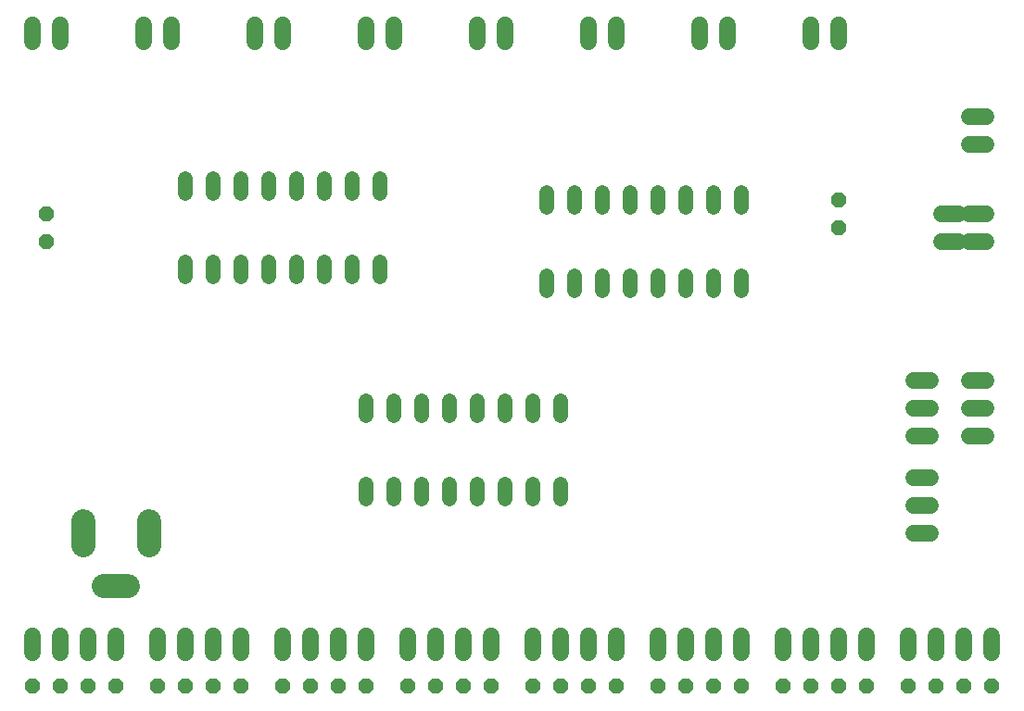
<source format=gbr>
G04 EAGLE Gerber RS-274X export*
G75*
%MOMM*%
%FSLAX34Y34*%
%LPD*%
%INBottom Copper*%
%IPPOS*%
%AMOC8*
5,1,8,0,0,1.08239X$1,22.5*%
G01*
%ADD10C,1.524000*%
%ADD11P,1.429621X8X112.500000*%
%ADD12P,1.429621X8X292.500000*%
%ADD13C,1.320800*%
%ADD14P,1.429621X8X22.500000*%
%ADD15C,2.184400*%


D10*
X934720Y469900D02*
X919480Y469900D01*
X919480Y495300D02*
X934720Y495300D01*
X934720Y342900D02*
X919480Y342900D01*
X919480Y317500D02*
X934720Y317500D01*
X934720Y292100D02*
X919480Y292100D01*
X883920Y342900D02*
X868680Y342900D01*
X868680Y317500D02*
X883920Y317500D01*
X883920Y292100D02*
X868680Y292100D01*
D11*
X800100Y482600D03*
X800100Y508000D03*
D12*
X76200Y495300D03*
X76200Y469900D03*
D10*
X868680Y254000D02*
X883920Y254000D01*
X883920Y228600D02*
X868680Y228600D01*
X868680Y203200D02*
X883920Y203200D01*
X894080Y469900D02*
X909320Y469900D01*
X909320Y495300D02*
X894080Y495300D01*
D13*
X711200Y501396D02*
X711200Y514604D01*
X685800Y514604D02*
X685800Y501396D01*
X609600Y501396D02*
X609600Y514604D01*
X584200Y514604D02*
X584200Y501396D01*
X660400Y501396D02*
X660400Y514604D01*
X635000Y514604D02*
X635000Y501396D01*
X558800Y501396D02*
X558800Y514604D01*
X533400Y514604D02*
X533400Y501396D01*
X533400Y438404D02*
X533400Y425196D01*
X558800Y425196D02*
X558800Y438404D01*
X584200Y438404D02*
X584200Y425196D01*
X609600Y425196D02*
X609600Y438404D01*
X635000Y438404D02*
X635000Y425196D01*
X660400Y425196D02*
X660400Y438404D01*
X685800Y438404D02*
X685800Y425196D01*
X711200Y425196D02*
X711200Y438404D01*
X203200Y437896D02*
X203200Y451104D01*
X228600Y451104D02*
X228600Y437896D01*
X304800Y437896D02*
X304800Y451104D01*
X330200Y451104D02*
X330200Y437896D01*
X254000Y437896D02*
X254000Y451104D01*
X279400Y451104D02*
X279400Y437896D01*
X355600Y437896D02*
X355600Y451104D01*
X381000Y451104D02*
X381000Y437896D01*
X381000Y514096D02*
X381000Y527304D01*
X355600Y527304D02*
X355600Y514096D01*
X330200Y514096D02*
X330200Y527304D01*
X304800Y527304D02*
X304800Y514096D01*
X279400Y514096D02*
X279400Y527304D01*
X254000Y527304D02*
X254000Y514096D01*
X228600Y514096D02*
X228600Y527304D01*
X203200Y527304D02*
X203200Y514096D01*
D10*
X393700Y652780D02*
X393700Y668020D01*
X368300Y668020D02*
X368300Y652780D01*
X292100Y652780D02*
X292100Y668020D01*
X266700Y668020D02*
X266700Y652780D01*
X800100Y652780D02*
X800100Y668020D01*
X774700Y668020D02*
X774700Y652780D01*
X698500Y652780D02*
X698500Y668020D01*
X673100Y668020D02*
X673100Y652780D01*
X190500Y652780D02*
X190500Y668020D01*
X165100Y668020D02*
X165100Y652780D01*
X88900Y652780D02*
X88900Y668020D01*
X63500Y668020D02*
X63500Y652780D01*
X596900Y652780D02*
X596900Y668020D01*
X571500Y668020D02*
X571500Y652780D01*
X495300Y652780D02*
X495300Y668020D01*
X469900Y668020D02*
X469900Y652780D01*
D13*
X368300Y247904D02*
X368300Y234696D01*
X393700Y234696D02*
X393700Y247904D01*
X469900Y247904D02*
X469900Y234696D01*
X495300Y234696D02*
X495300Y247904D01*
X419100Y247904D02*
X419100Y234696D01*
X444500Y234696D02*
X444500Y247904D01*
X520700Y247904D02*
X520700Y234696D01*
X546100Y234696D02*
X546100Y247904D01*
X546100Y310896D02*
X546100Y324104D01*
X520700Y324104D02*
X520700Y310896D01*
X495300Y310896D02*
X495300Y324104D01*
X469900Y324104D02*
X469900Y310896D01*
X444500Y310896D02*
X444500Y324104D01*
X419100Y324104D02*
X419100Y310896D01*
X393700Y310896D02*
X393700Y324104D01*
X368300Y324104D02*
X368300Y310896D01*
D10*
X863600Y109220D02*
X863600Y93980D01*
X889000Y93980D02*
X889000Y109220D01*
X749300Y109220D02*
X749300Y93980D01*
X774700Y93980D02*
X774700Y109220D01*
X635000Y109220D02*
X635000Y93980D01*
X660400Y93980D02*
X660400Y109220D01*
X520700Y109220D02*
X520700Y93980D01*
X546100Y93980D02*
X546100Y109220D01*
X406400Y109220D02*
X406400Y93980D01*
X431800Y93980D02*
X431800Y109220D01*
X292100Y109220D02*
X292100Y93980D01*
X317500Y93980D02*
X317500Y109220D01*
X177800Y109220D02*
X177800Y93980D01*
X203200Y93980D02*
X203200Y109220D01*
X63500Y109220D02*
X63500Y93980D01*
X88900Y93980D02*
X88900Y109220D01*
X939800Y109220D02*
X939800Y93980D01*
X914400Y93980D02*
X914400Y109220D01*
X825500Y109220D02*
X825500Y93980D01*
X800100Y93980D02*
X800100Y109220D01*
X711200Y109220D02*
X711200Y93980D01*
X685800Y93980D02*
X685800Y109220D01*
X596900Y109220D02*
X596900Y93980D01*
X571500Y93980D02*
X571500Y109220D01*
X482600Y109220D02*
X482600Y93980D01*
X457200Y93980D02*
X457200Y109220D01*
X368300Y109220D02*
X368300Y93980D01*
X342900Y93980D02*
X342900Y109220D01*
X254000Y109220D02*
X254000Y93980D01*
X228600Y93980D02*
X228600Y109220D01*
X139700Y109220D02*
X139700Y93980D01*
X114300Y93980D02*
X114300Y109220D01*
D14*
X863600Y63500D03*
X889000Y63500D03*
X457200Y63500D03*
X482600Y63500D03*
X292100Y63500D03*
X317500Y63500D03*
X342900Y63500D03*
X368300Y63500D03*
X177800Y63500D03*
X203200Y63500D03*
X228600Y63500D03*
X254000Y63500D03*
X63500Y63500D03*
X88900Y63500D03*
X114300Y63500D03*
X139700Y63500D03*
X914400Y63500D03*
X939800Y63500D03*
X749300Y63500D03*
X774700Y63500D03*
X800100Y63500D03*
X825500Y63500D03*
X635000Y63500D03*
X660400Y63500D03*
X685800Y63500D03*
X711200Y63500D03*
X520700Y63500D03*
X546100Y63500D03*
X571500Y63500D03*
X596900Y63500D03*
X406400Y63500D03*
X431800Y63500D03*
D10*
X919480Y558800D02*
X934720Y558800D01*
X934720Y584200D02*
X919480Y584200D01*
D15*
X150622Y155200D02*
X128778Y155200D01*
X109700Y192278D02*
X109700Y214122D01*
X169700Y214122D02*
X169700Y192278D01*
M02*

</source>
